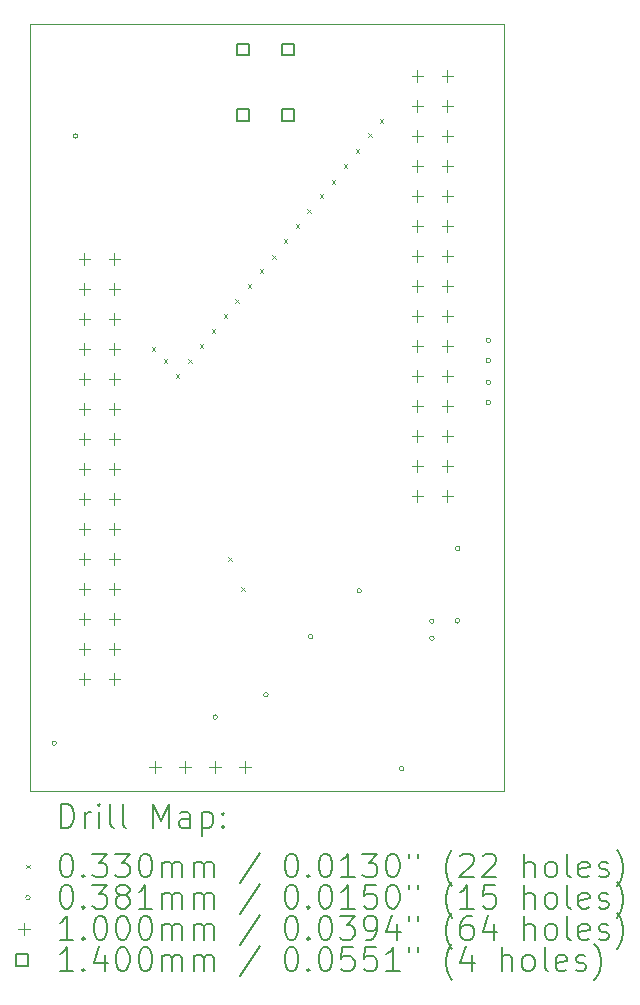
<source format=gbr>
%TF.GenerationSoftware,KiCad,Pcbnew,8.0.8*%
%TF.CreationDate,2025-01-31T12:33:30+11:00*%
%TF.ProjectId,v6_equip_joiner,76365f65-7175-4697-905f-6a6f696e6572,rev?*%
%TF.SameCoordinates,Original*%
%TF.FileFunction,Drillmap*%
%TF.FilePolarity,Positive*%
%FSLAX45Y45*%
G04 Gerber Fmt 4.5, Leading zero omitted, Abs format (unit mm)*
G04 Created by KiCad (PCBNEW 8.0.8) date 2025-01-31 12:33:30*
%MOMM*%
%LPD*%
G01*
G04 APERTURE LIST*
%ADD10C,0.050000*%
%ADD11C,0.200000*%
%ADD12C,0.100000*%
%ADD13C,0.140000*%
G04 APERTURE END LIST*
D10*
X13779500Y-3657600D02*
X17792700Y-3657600D01*
X17792700Y-10150040D01*
X13779500Y-10150040D01*
X13779500Y-3657600D01*
D11*
D12*
X14804390Y-6394450D02*
X14837410Y-6427470D01*
X14837410Y-6394450D02*
X14804390Y-6427470D01*
X14905990Y-6496050D02*
X14939010Y-6529070D01*
X14939010Y-6496050D02*
X14905990Y-6529070D01*
X15007590Y-6623950D02*
X15040610Y-6656970D01*
X15040610Y-6623950D02*
X15007590Y-6656970D01*
X15114270Y-6496050D02*
X15147290Y-6529070D01*
X15147290Y-6496050D02*
X15114270Y-6529070D01*
X15210790Y-6369950D02*
X15243810Y-6402970D01*
X15243810Y-6369950D02*
X15210790Y-6402970D01*
X15312390Y-6244590D02*
X15345410Y-6277610D01*
X15345410Y-6244590D02*
X15312390Y-6277610D01*
X15413990Y-6115050D02*
X15447010Y-6148070D01*
X15447010Y-6115050D02*
X15413990Y-6148070D01*
X15449550Y-8172450D02*
X15482570Y-8205470D01*
X15482570Y-8172450D02*
X15449550Y-8205470D01*
X15513050Y-5988050D02*
X15546070Y-6021070D01*
X15546070Y-5988050D02*
X15513050Y-6021070D01*
X15563590Y-8426710D02*
X15596610Y-8459730D01*
X15596610Y-8426710D02*
X15563590Y-8459730D01*
X15617190Y-5861950D02*
X15650210Y-5894970D01*
X15650210Y-5861950D02*
X15617190Y-5894970D01*
X15718790Y-5734050D02*
X15751810Y-5767070D01*
X15751810Y-5734050D02*
X15718790Y-5767070D01*
X15822930Y-5612130D02*
X15855950Y-5645150D01*
X15855950Y-5612130D02*
X15822930Y-5645150D01*
X15921990Y-5480050D02*
X15955010Y-5513070D01*
X15955010Y-5480050D02*
X15921990Y-5513070D01*
X16023590Y-5350510D02*
X16056610Y-5383530D01*
X16056610Y-5350510D02*
X16023590Y-5383530D01*
X16122650Y-5226050D02*
X16155670Y-5259070D01*
X16155670Y-5226050D02*
X16122650Y-5259070D01*
X16226790Y-5099050D02*
X16259810Y-5132070D01*
X16259810Y-5099050D02*
X16226790Y-5132070D01*
X16328390Y-4977130D02*
X16361410Y-5010150D01*
X16361410Y-4977130D02*
X16328390Y-5010150D01*
X16429990Y-4847590D02*
X16463010Y-4880610D01*
X16463010Y-4847590D02*
X16429990Y-4880610D01*
X16531590Y-4720590D02*
X16564610Y-4753610D01*
X16564610Y-4720590D02*
X16531590Y-4753610D01*
X16635730Y-4585970D02*
X16668750Y-4618990D01*
X16668750Y-4585970D02*
X16635730Y-4618990D01*
X16734790Y-4466590D02*
X16767810Y-4499610D01*
X16767810Y-4466590D02*
X16734790Y-4499610D01*
X13999210Y-9748520D02*
G75*
G02*
X13961110Y-9748520I-19050J0D01*
G01*
X13961110Y-9748520D02*
G75*
G02*
X13999210Y-9748520I19050J0D01*
G01*
X14179550Y-4607560D02*
G75*
G02*
X14141450Y-4607560I-19050J0D01*
G01*
X14141450Y-4607560D02*
G75*
G02*
X14179550Y-4607560I19050J0D01*
G01*
X15363190Y-9527540D02*
G75*
G02*
X15325090Y-9527540I-19050J0D01*
G01*
X15325090Y-9527540D02*
G75*
G02*
X15363190Y-9527540I19050J0D01*
G01*
X15792450Y-9339580D02*
G75*
G02*
X15754350Y-9339580I-19050J0D01*
G01*
X15754350Y-9339580D02*
G75*
G02*
X15792450Y-9339580I19050J0D01*
G01*
X16170910Y-8846820D02*
G75*
G02*
X16132810Y-8846820I-19050J0D01*
G01*
X16132810Y-8846820D02*
G75*
G02*
X16170910Y-8846820I19050J0D01*
G01*
X16582390Y-8458200D02*
G75*
G02*
X16544290Y-8458200I-19050J0D01*
G01*
X16544290Y-8458200D02*
G75*
G02*
X16582390Y-8458200I19050J0D01*
G01*
X16940530Y-9964420D02*
G75*
G02*
X16902430Y-9964420I-19050J0D01*
G01*
X16902430Y-9964420D02*
G75*
G02*
X16940530Y-9964420I19050J0D01*
G01*
X17197070Y-8714740D02*
G75*
G02*
X17158970Y-8714740I-19050J0D01*
G01*
X17158970Y-8714740D02*
G75*
G02*
X17197070Y-8714740I19050J0D01*
G01*
X17197070Y-8859520D02*
G75*
G02*
X17158970Y-8859520I-19050J0D01*
G01*
X17158970Y-8859520D02*
G75*
G02*
X17197070Y-8859520I19050J0D01*
G01*
X17412970Y-8712200D02*
G75*
G02*
X17374870Y-8712200I-19050J0D01*
G01*
X17374870Y-8712200D02*
G75*
G02*
X17412970Y-8712200I19050J0D01*
G01*
X17415510Y-8100060D02*
G75*
G02*
X17377410Y-8100060I-19050J0D01*
G01*
X17377410Y-8100060D02*
G75*
G02*
X17415510Y-8100060I19050J0D01*
G01*
X17674590Y-6337300D02*
G75*
G02*
X17636490Y-6337300I-19050J0D01*
G01*
X17636490Y-6337300D02*
G75*
G02*
X17674590Y-6337300I19050J0D01*
G01*
X17674590Y-6507480D02*
G75*
G02*
X17636490Y-6507480I-19050J0D01*
G01*
X17636490Y-6507480D02*
G75*
G02*
X17674590Y-6507480I19050J0D01*
G01*
X17674590Y-6692900D02*
G75*
G02*
X17636490Y-6692900I-19050J0D01*
G01*
X17636490Y-6692900D02*
G75*
G02*
X17674590Y-6692900I19050J0D01*
G01*
X17674590Y-6863080D02*
G75*
G02*
X17636490Y-6863080I-19050J0D01*
G01*
X17636490Y-6863080D02*
G75*
G02*
X17674590Y-6863080I19050J0D01*
G01*
X14236700Y-5598960D02*
X14236700Y-5698960D01*
X14186700Y-5648960D02*
X14286700Y-5648960D01*
X14236700Y-5852960D02*
X14236700Y-5952960D01*
X14186700Y-5902960D02*
X14286700Y-5902960D01*
X14236700Y-6106960D02*
X14236700Y-6206960D01*
X14186700Y-6156960D02*
X14286700Y-6156960D01*
X14236700Y-6360960D02*
X14236700Y-6460960D01*
X14186700Y-6410960D02*
X14286700Y-6410960D01*
X14236700Y-6614960D02*
X14236700Y-6714960D01*
X14186700Y-6664960D02*
X14286700Y-6664960D01*
X14236700Y-6868960D02*
X14236700Y-6968960D01*
X14186700Y-6918960D02*
X14286700Y-6918960D01*
X14236700Y-7122960D02*
X14236700Y-7222960D01*
X14186700Y-7172960D02*
X14286700Y-7172960D01*
X14236700Y-7376960D02*
X14236700Y-7476960D01*
X14186700Y-7426960D02*
X14286700Y-7426960D01*
X14236700Y-7630960D02*
X14236700Y-7730960D01*
X14186700Y-7680960D02*
X14286700Y-7680960D01*
X14236700Y-7884960D02*
X14236700Y-7984960D01*
X14186700Y-7934960D02*
X14286700Y-7934960D01*
X14236700Y-8138960D02*
X14236700Y-8238960D01*
X14186700Y-8188960D02*
X14286700Y-8188960D01*
X14236700Y-8392960D02*
X14236700Y-8492960D01*
X14186700Y-8442960D02*
X14286700Y-8442960D01*
X14236700Y-8646960D02*
X14236700Y-8746960D01*
X14186700Y-8696960D02*
X14286700Y-8696960D01*
X14236700Y-8900960D02*
X14236700Y-9000960D01*
X14186700Y-8950960D02*
X14286700Y-8950960D01*
X14236700Y-9154960D02*
X14236700Y-9254960D01*
X14186700Y-9204960D02*
X14286700Y-9204960D01*
X14490700Y-5598960D02*
X14490700Y-5698960D01*
X14440700Y-5648960D02*
X14540700Y-5648960D01*
X14490700Y-5852960D02*
X14490700Y-5952960D01*
X14440700Y-5902960D02*
X14540700Y-5902960D01*
X14490700Y-6106960D02*
X14490700Y-6206960D01*
X14440700Y-6156960D02*
X14540700Y-6156960D01*
X14490700Y-6360960D02*
X14490700Y-6460960D01*
X14440700Y-6410960D02*
X14540700Y-6410960D01*
X14490700Y-6614960D02*
X14490700Y-6714960D01*
X14440700Y-6664960D02*
X14540700Y-6664960D01*
X14490700Y-6868960D02*
X14490700Y-6968960D01*
X14440700Y-6918960D02*
X14540700Y-6918960D01*
X14490700Y-7122960D02*
X14490700Y-7222960D01*
X14440700Y-7172960D02*
X14540700Y-7172960D01*
X14490700Y-7376960D02*
X14490700Y-7476960D01*
X14440700Y-7426960D02*
X14540700Y-7426960D01*
X14490700Y-7630960D02*
X14490700Y-7730960D01*
X14440700Y-7680960D02*
X14540700Y-7680960D01*
X14490700Y-7884960D02*
X14490700Y-7984960D01*
X14440700Y-7934960D02*
X14540700Y-7934960D01*
X14490700Y-8138960D02*
X14490700Y-8238960D01*
X14440700Y-8188960D02*
X14540700Y-8188960D01*
X14490700Y-8392960D02*
X14490700Y-8492960D01*
X14440700Y-8442960D02*
X14540700Y-8442960D01*
X14490700Y-8646960D02*
X14490700Y-8746960D01*
X14440700Y-8696960D02*
X14540700Y-8696960D01*
X14490700Y-8900960D02*
X14490700Y-9000960D01*
X14440700Y-8950960D02*
X14540700Y-8950960D01*
X14490700Y-9154960D02*
X14490700Y-9254960D01*
X14440700Y-9204960D02*
X14540700Y-9204960D01*
X14833600Y-9901720D02*
X14833600Y-10001720D01*
X14783600Y-9951720D02*
X14883600Y-9951720D01*
X15087600Y-9901720D02*
X15087600Y-10001720D01*
X15037600Y-9951720D02*
X15137600Y-9951720D01*
X15341600Y-9901720D02*
X15341600Y-10001720D01*
X15291600Y-9951720D02*
X15391600Y-9951720D01*
X15595600Y-9901720D02*
X15595600Y-10001720D01*
X15545600Y-9951720D02*
X15645600Y-9951720D01*
X17056100Y-4049560D02*
X17056100Y-4149560D01*
X17006100Y-4099560D02*
X17106100Y-4099560D01*
X17056100Y-4303560D02*
X17056100Y-4403560D01*
X17006100Y-4353560D02*
X17106100Y-4353560D01*
X17056100Y-4557560D02*
X17056100Y-4657560D01*
X17006100Y-4607560D02*
X17106100Y-4607560D01*
X17056100Y-4811560D02*
X17056100Y-4911560D01*
X17006100Y-4861560D02*
X17106100Y-4861560D01*
X17056100Y-5065560D02*
X17056100Y-5165560D01*
X17006100Y-5115560D02*
X17106100Y-5115560D01*
X17056100Y-5319560D02*
X17056100Y-5419560D01*
X17006100Y-5369560D02*
X17106100Y-5369560D01*
X17056100Y-5573560D02*
X17056100Y-5673560D01*
X17006100Y-5623560D02*
X17106100Y-5623560D01*
X17056100Y-5827560D02*
X17056100Y-5927560D01*
X17006100Y-5877560D02*
X17106100Y-5877560D01*
X17056100Y-6081560D02*
X17056100Y-6181560D01*
X17006100Y-6131560D02*
X17106100Y-6131560D01*
X17056100Y-6335560D02*
X17056100Y-6435560D01*
X17006100Y-6385560D02*
X17106100Y-6385560D01*
X17056100Y-6589560D02*
X17056100Y-6689560D01*
X17006100Y-6639560D02*
X17106100Y-6639560D01*
X17056100Y-6843560D02*
X17056100Y-6943560D01*
X17006100Y-6893560D02*
X17106100Y-6893560D01*
X17056100Y-7097560D02*
X17056100Y-7197560D01*
X17006100Y-7147560D02*
X17106100Y-7147560D01*
X17056100Y-7351560D02*
X17056100Y-7451560D01*
X17006100Y-7401560D02*
X17106100Y-7401560D01*
X17056100Y-7605560D02*
X17056100Y-7705560D01*
X17006100Y-7655560D02*
X17106100Y-7655560D01*
X17310100Y-4049560D02*
X17310100Y-4149560D01*
X17260100Y-4099560D02*
X17360100Y-4099560D01*
X17310100Y-4303560D02*
X17310100Y-4403560D01*
X17260100Y-4353560D02*
X17360100Y-4353560D01*
X17310100Y-4557560D02*
X17310100Y-4657560D01*
X17260100Y-4607560D02*
X17360100Y-4607560D01*
X17310100Y-4811560D02*
X17310100Y-4911560D01*
X17260100Y-4861560D02*
X17360100Y-4861560D01*
X17310100Y-5065560D02*
X17310100Y-5165560D01*
X17260100Y-5115560D02*
X17360100Y-5115560D01*
X17310100Y-5319560D02*
X17310100Y-5419560D01*
X17260100Y-5369560D02*
X17360100Y-5369560D01*
X17310100Y-5573560D02*
X17310100Y-5673560D01*
X17260100Y-5623560D02*
X17360100Y-5623560D01*
X17310100Y-5827560D02*
X17310100Y-5927560D01*
X17260100Y-5877560D02*
X17360100Y-5877560D01*
X17310100Y-6081560D02*
X17310100Y-6181560D01*
X17260100Y-6131560D02*
X17360100Y-6131560D01*
X17310100Y-6335560D02*
X17310100Y-6435560D01*
X17260100Y-6385560D02*
X17360100Y-6385560D01*
X17310100Y-6589560D02*
X17310100Y-6689560D01*
X17260100Y-6639560D02*
X17360100Y-6639560D01*
X17310100Y-6843560D02*
X17310100Y-6943560D01*
X17260100Y-6893560D02*
X17360100Y-6893560D01*
X17310100Y-7097560D02*
X17310100Y-7197560D01*
X17260100Y-7147560D02*
X17360100Y-7147560D01*
X17310100Y-7351560D02*
X17310100Y-7451560D01*
X17260100Y-7401560D02*
X17360100Y-7401560D01*
X17310100Y-7605560D02*
X17310100Y-7705560D01*
X17260100Y-7655560D02*
X17360100Y-7655560D01*
D13*
X15627318Y-3924178D02*
X15627318Y-3825182D01*
X15528322Y-3825182D01*
X15528322Y-3924178D01*
X15627318Y-3924178D01*
X15627318Y-4479258D02*
X15627318Y-4380262D01*
X15528322Y-4380262D01*
X15528322Y-4479258D01*
X15627318Y-4479258D01*
X16008318Y-3924178D02*
X16008318Y-3825182D01*
X15909322Y-3825182D01*
X15909322Y-3924178D01*
X16008318Y-3924178D01*
X16008318Y-4479258D02*
X16008318Y-4380262D01*
X15909322Y-4380262D01*
X15909322Y-4479258D01*
X16008318Y-4479258D01*
D11*
X14037777Y-10464024D02*
X14037777Y-10264024D01*
X14037777Y-10264024D02*
X14085396Y-10264024D01*
X14085396Y-10264024D02*
X14113967Y-10273548D01*
X14113967Y-10273548D02*
X14133015Y-10292595D01*
X14133015Y-10292595D02*
X14142539Y-10311643D01*
X14142539Y-10311643D02*
X14152062Y-10349738D01*
X14152062Y-10349738D02*
X14152062Y-10378310D01*
X14152062Y-10378310D02*
X14142539Y-10416405D01*
X14142539Y-10416405D02*
X14133015Y-10435452D01*
X14133015Y-10435452D02*
X14113967Y-10454500D01*
X14113967Y-10454500D02*
X14085396Y-10464024D01*
X14085396Y-10464024D02*
X14037777Y-10464024D01*
X14237777Y-10464024D02*
X14237777Y-10330690D01*
X14237777Y-10368786D02*
X14247301Y-10349738D01*
X14247301Y-10349738D02*
X14256824Y-10340214D01*
X14256824Y-10340214D02*
X14275872Y-10330690D01*
X14275872Y-10330690D02*
X14294920Y-10330690D01*
X14361586Y-10464024D02*
X14361586Y-10330690D01*
X14361586Y-10264024D02*
X14352062Y-10273548D01*
X14352062Y-10273548D02*
X14361586Y-10283071D01*
X14361586Y-10283071D02*
X14371110Y-10273548D01*
X14371110Y-10273548D02*
X14361586Y-10264024D01*
X14361586Y-10264024D02*
X14361586Y-10283071D01*
X14485396Y-10464024D02*
X14466348Y-10454500D01*
X14466348Y-10454500D02*
X14456824Y-10435452D01*
X14456824Y-10435452D02*
X14456824Y-10264024D01*
X14590158Y-10464024D02*
X14571110Y-10454500D01*
X14571110Y-10454500D02*
X14561586Y-10435452D01*
X14561586Y-10435452D02*
X14561586Y-10264024D01*
X14818729Y-10464024D02*
X14818729Y-10264024D01*
X14818729Y-10264024D02*
X14885396Y-10406881D01*
X14885396Y-10406881D02*
X14952062Y-10264024D01*
X14952062Y-10264024D02*
X14952062Y-10464024D01*
X15133015Y-10464024D02*
X15133015Y-10359262D01*
X15133015Y-10359262D02*
X15123491Y-10340214D01*
X15123491Y-10340214D02*
X15104443Y-10330690D01*
X15104443Y-10330690D02*
X15066348Y-10330690D01*
X15066348Y-10330690D02*
X15047301Y-10340214D01*
X15133015Y-10454500D02*
X15113967Y-10464024D01*
X15113967Y-10464024D02*
X15066348Y-10464024D01*
X15066348Y-10464024D02*
X15047301Y-10454500D01*
X15047301Y-10454500D02*
X15037777Y-10435452D01*
X15037777Y-10435452D02*
X15037777Y-10416405D01*
X15037777Y-10416405D02*
X15047301Y-10397357D01*
X15047301Y-10397357D02*
X15066348Y-10387833D01*
X15066348Y-10387833D02*
X15113967Y-10387833D01*
X15113967Y-10387833D02*
X15133015Y-10378310D01*
X15228253Y-10330690D02*
X15228253Y-10530690D01*
X15228253Y-10340214D02*
X15247301Y-10330690D01*
X15247301Y-10330690D02*
X15285396Y-10330690D01*
X15285396Y-10330690D02*
X15304443Y-10340214D01*
X15304443Y-10340214D02*
X15313967Y-10349738D01*
X15313967Y-10349738D02*
X15323491Y-10368786D01*
X15323491Y-10368786D02*
X15323491Y-10425929D01*
X15323491Y-10425929D02*
X15313967Y-10444976D01*
X15313967Y-10444976D02*
X15304443Y-10454500D01*
X15304443Y-10454500D02*
X15285396Y-10464024D01*
X15285396Y-10464024D02*
X15247301Y-10464024D01*
X15247301Y-10464024D02*
X15228253Y-10454500D01*
X15409205Y-10444976D02*
X15418729Y-10454500D01*
X15418729Y-10454500D02*
X15409205Y-10464024D01*
X15409205Y-10464024D02*
X15399682Y-10454500D01*
X15399682Y-10454500D02*
X15409205Y-10444976D01*
X15409205Y-10444976D02*
X15409205Y-10464024D01*
X15409205Y-10340214D02*
X15418729Y-10349738D01*
X15418729Y-10349738D02*
X15409205Y-10359262D01*
X15409205Y-10359262D02*
X15399682Y-10349738D01*
X15399682Y-10349738D02*
X15409205Y-10340214D01*
X15409205Y-10340214D02*
X15409205Y-10359262D01*
D12*
X13743980Y-10776030D02*
X13777000Y-10809050D01*
X13777000Y-10776030D02*
X13743980Y-10809050D01*
D11*
X14075872Y-10684024D02*
X14094920Y-10684024D01*
X14094920Y-10684024D02*
X14113967Y-10693548D01*
X14113967Y-10693548D02*
X14123491Y-10703071D01*
X14123491Y-10703071D02*
X14133015Y-10722119D01*
X14133015Y-10722119D02*
X14142539Y-10760214D01*
X14142539Y-10760214D02*
X14142539Y-10807833D01*
X14142539Y-10807833D02*
X14133015Y-10845929D01*
X14133015Y-10845929D02*
X14123491Y-10864976D01*
X14123491Y-10864976D02*
X14113967Y-10874500D01*
X14113967Y-10874500D02*
X14094920Y-10884024D01*
X14094920Y-10884024D02*
X14075872Y-10884024D01*
X14075872Y-10884024D02*
X14056824Y-10874500D01*
X14056824Y-10874500D02*
X14047301Y-10864976D01*
X14047301Y-10864976D02*
X14037777Y-10845929D01*
X14037777Y-10845929D02*
X14028253Y-10807833D01*
X14028253Y-10807833D02*
X14028253Y-10760214D01*
X14028253Y-10760214D02*
X14037777Y-10722119D01*
X14037777Y-10722119D02*
X14047301Y-10703071D01*
X14047301Y-10703071D02*
X14056824Y-10693548D01*
X14056824Y-10693548D02*
X14075872Y-10684024D01*
X14228253Y-10864976D02*
X14237777Y-10874500D01*
X14237777Y-10874500D02*
X14228253Y-10884024D01*
X14228253Y-10884024D02*
X14218729Y-10874500D01*
X14218729Y-10874500D02*
X14228253Y-10864976D01*
X14228253Y-10864976D02*
X14228253Y-10884024D01*
X14304443Y-10684024D02*
X14428253Y-10684024D01*
X14428253Y-10684024D02*
X14361586Y-10760214D01*
X14361586Y-10760214D02*
X14390158Y-10760214D01*
X14390158Y-10760214D02*
X14409205Y-10769738D01*
X14409205Y-10769738D02*
X14418729Y-10779262D01*
X14418729Y-10779262D02*
X14428253Y-10798310D01*
X14428253Y-10798310D02*
X14428253Y-10845929D01*
X14428253Y-10845929D02*
X14418729Y-10864976D01*
X14418729Y-10864976D02*
X14409205Y-10874500D01*
X14409205Y-10874500D02*
X14390158Y-10884024D01*
X14390158Y-10884024D02*
X14333015Y-10884024D01*
X14333015Y-10884024D02*
X14313967Y-10874500D01*
X14313967Y-10874500D02*
X14304443Y-10864976D01*
X14494920Y-10684024D02*
X14618729Y-10684024D01*
X14618729Y-10684024D02*
X14552062Y-10760214D01*
X14552062Y-10760214D02*
X14580634Y-10760214D01*
X14580634Y-10760214D02*
X14599682Y-10769738D01*
X14599682Y-10769738D02*
X14609205Y-10779262D01*
X14609205Y-10779262D02*
X14618729Y-10798310D01*
X14618729Y-10798310D02*
X14618729Y-10845929D01*
X14618729Y-10845929D02*
X14609205Y-10864976D01*
X14609205Y-10864976D02*
X14599682Y-10874500D01*
X14599682Y-10874500D02*
X14580634Y-10884024D01*
X14580634Y-10884024D02*
X14523491Y-10884024D01*
X14523491Y-10884024D02*
X14504443Y-10874500D01*
X14504443Y-10874500D02*
X14494920Y-10864976D01*
X14742539Y-10684024D02*
X14761586Y-10684024D01*
X14761586Y-10684024D02*
X14780634Y-10693548D01*
X14780634Y-10693548D02*
X14790158Y-10703071D01*
X14790158Y-10703071D02*
X14799682Y-10722119D01*
X14799682Y-10722119D02*
X14809205Y-10760214D01*
X14809205Y-10760214D02*
X14809205Y-10807833D01*
X14809205Y-10807833D02*
X14799682Y-10845929D01*
X14799682Y-10845929D02*
X14790158Y-10864976D01*
X14790158Y-10864976D02*
X14780634Y-10874500D01*
X14780634Y-10874500D02*
X14761586Y-10884024D01*
X14761586Y-10884024D02*
X14742539Y-10884024D01*
X14742539Y-10884024D02*
X14723491Y-10874500D01*
X14723491Y-10874500D02*
X14713967Y-10864976D01*
X14713967Y-10864976D02*
X14704443Y-10845929D01*
X14704443Y-10845929D02*
X14694920Y-10807833D01*
X14694920Y-10807833D02*
X14694920Y-10760214D01*
X14694920Y-10760214D02*
X14704443Y-10722119D01*
X14704443Y-10722119D02*
X14713967Y-10703071D01*
X14713967Y-10703071D02*
X14723491Y-10693548D01*
X14723491Y-10693548D02*
X14742539Y-10684024D01*
X14894920Y-10884024D02*
X14894920Y-10750690D01*
X14894920Y-10769738D02*
X14904443Y-10760214D01*
X14904443Y-10760214D02*
X14923491Y-10750690D01*
X14923491Y-10750690D02*
X14952063Y-10750690D01*
X14952063Y-10750690D02*
X14971110Y-10760214D01*
X14971110Y-10760214D02*
X14980634Y-10779262D01*
X14980634Y-10779262D02*
X14980634Y-10884024D01*
X14980634Y-10779262D02*
X14990158Y-10760214D01*
X14990158Y-10760214D02*
X15009205Y-10750690D01*
X15009205Y-10750690D02*
X15037777Y-10750690D01*
X15037777Y-10750690D02*
X15056824Y-10760214D01*
X15056824Y-10760214D02*
X15066348Y-10779262D01*
X15066348Y-10779262D02*
X15066348Y-10884024D01*
X15161586Y-10884024D02*
X15161586Y-10750690D01*
X15161586Y-10769738D02*
X15171110Y-10760214D01*
X15171110Y-10760214D02*
X15190158Y-10750690D01*
X15190158Y-10750690D02*
X15218729Y-10750690D01*
X15218729Y-10750690D02*
X15237777Y-10760214D01*
X15237777Y-10760214D02*
X15247301Y-10779262D01*
X15247301Y-10779262D02*
X15247301Y-10884024D01*
X15247301Y-10779262D02*
X15256824Y-10760214D01*
X15256824Y-10760214D02*
X15275872Y-10750690D01*
X15275872Y-10750690D02*
X15304443Y-10750690D01*
X15304443Y-10750690D02*
X15323491Y-10760214D01*
X15323491Y-10760214D02*
X15333015Y-10779262D01*
X15333015Y-10779262D02*
X15333015Y-10884024D01*
X15723491Y-10674500D02*
X15552063Y-10931643D01*
X15980634Y-10684024D02*
X15999682Y-10684024D01*
X15999682Y-10684024D02*
X16018729Y-10693548D01*
X16018729Y-10693548D02*
X16028253Y-10703071D01*
X16028253Y-10703071D02*
X16037777Y-10722119D01*
X16037777Y-10722119D02*
X16047301Y-10760214D01*
X16047301Y-10760214D02*
X16047301Y-10807833D01*
X16047301Y-10807833D02*
X16037777Y-10845929D01*
X16037777Y-10845929D02*
X16028253Y-10864976D01*
X16028253Y-10864976D02*
X16018729Y-10874500D01*
X16018729Y-10874500D02*
X15999682Y-10884024D01*
X15999682Y-10884024D02*
X15980634Y-10884024D01*
X15980634Y-10884024D02*
X15961586Y-10874500D01*
X15961586Y-10874500D02*
X15952063Y-10864976D01*
X15952063Y-10864976D02*
X15942539Y-10845929D01*
X15942539Y-10845929D02*
X15933015Y-10807833D01*
X15933015Y-10807833D02*
X15933015Y-10760214D01*
X15933015Y-10760214D02*
X15942539Y-10722119D01*
X15942539Y-10722119D02*
X15952063Y-10703071D01*
X15952063Y-10703071D02*
X15961586Y-10693548D01*
X15961586Y-10693548D02*
X15980634Y-10684024D01*
X16133015Y-10864976D02*
X16142539Y-10874500D01*
X16142539Y-10874500D02*
X16133015Y-10884024D01*
X16133015Y-10884024D02*
X16123491Y-10874500D01*
X16123491Y-10874500D02*
X16133015Y-10864976D01*
X16133015Y-10864976D02*
X16133015Y-10884024D01*
X16266348Y-10684024D02*
X16285396Y-10684024D01*
X16285396Y-10684024D02*
X16304444Y-10693548D01*
X16304444Y-10693548D02*
X16313967Y-10703071D01*
X16313967Y-10703071D02*
X16323491Y-10722119D01*
X16323491Y-10722119D02*
X16333015Y-10760214D01*
X16333015Y-10760214D02*
X16333015Y-10807833D01*
X16333015Y-10807833D02*
X16323491Y-10845929D01*
X16323491Y-10845929D02*
X16313967Y-10864976D01*
X16313967Y-10864976D02*
X16304444Y-10874500D01*
X16304444Y-10874500D02*
X16285396Y-10884024D01*
X16285396Y-10884024D02*
X16266348Y-10884024D01*
X16266348Y-10884024D02*
X16247301Y-10874500D01*
X16247301Y-10874500D02*
X16237777Y-10864976D01*
X16237777Y-10864976D02*
X16228253Y-10845929D01*
X16228253Y-10845929D02*
X16218729Y-10807833D01*
X16218729Y-10807833D02*
X16218729Y-10760214D01*
X16218729Y-10760214D02*
X16228253Y-10722119D01*
X16228253Y-10722119D02*
X16237777Y-10703071D01*
X16237777Y-10703071D02*
X16247301Y-10693548D01*
X16247301Y-10693548D02*
X16266348Y-10684024D01*
X16523491Y-10884024D02*
X16409206Y-10884024D01*
X16466348Y-10884024D02*
X16466348Y-10684024D01*
X16466348Y-10684024D02*
X16447301Y-10712595D01*
X16447301Y-10712595D02*
X16428253Y-10731643D01*
X16428253Y-10731643D02*
X16409206Y-10741167D01*
X16590158Y-10684024D02*
X16713967Y-10684024D01*
X16713967Y-10684024D02*
X16647301Y-10760214D01*
X16647301Y-10760214D02*
X16675872Y-10760214D01*
X16675872Y-10760214D02*
X16694920Y-10769738D01*
X16694920Y-10769738D02*
X16704444Y-10779262D01*
X16704444Y-10779262D02*
X16713967Y-10798310D01*
X16713967Y-10798310D02*
X16713967Y-10845929D01*
X16713967Y-10845929D02*
X16704444Y-10864976D01*
X16704444Y-10864976D02*
X16694920Y-10874500D01*
X16694920Y-10874500D02*
X16675872Y-10884024D01*
X16675872Y-10884024D02*
X16618729Y-10884024D01*
X16618729Y-10884024D02*
X16599682Y-10874500D01*
X16599682Y-10874500D02*
X16590158Y-10864976D01*
X16837777Y-10684024D02*
X16856825Y-10684024D01*
X16856825Y-10684024D02*
X16875872Y-10693548D01*
X16875872Y-10693548D02*
X16885396Y-10703071D01*
X16885396Y-10703071D02*
X16894920Y-10722119D01*
X16894920Y-10722119D02*
X16904444Y-10760214D01*
X16904444Y-10760214D02*
X16904444Y-10807833D01*
X16904444Y-10807833D02*
X16894920Y-10845929D01*
X16894920Y-10845929D02*
X16885396Y-10864976D01*
X16885396Y-10864976D02*
X16875872Y-10874500D01*
X16875872Y-10874500D02*
X16856825Y-10884024D01*
X16856825Y-10884024D02*
X16837777Y-10884024D01*
X16837777Y-10884024D02*
X16818729Y-10874500D01*
X16818729Y-10874500D02*
X16809206Y-10864976D01*
X16809206Y-10864976D02*
X16799682Y-10845929D01*
X16799682Y-10845929D02*
X16790158Y-10807833D01*
X16790158Y-10807833D02*
X16790158Y-10760214D01*
X16790158Y-10760214D02*
X16799682Y-10722119D01*
X16799682Y-10722119D02*
X16809206Y-10703071D01*
X16809206Y-10703071D02*
X16818729Y-10693548D01*
X16818729Y-10693548D02*
X16837777Y-10684024D01*
X16980634Y-10684024D02*
X16980634Y-10722119D01*
X17056825Y-10684024D02*
X17056825Y-10722119D01*
X17352063Y-10960214D02*
X17342539Y-10950690D01*
X17342539Y-10950690D02*
X17323491Y-10922119D01*
X17323491Y-10922119D02*
X17313968Y-10903071D01*
X17313968Y-10903071D02*
X17304444Y-10874500D01*
X17304444Y-10874500D02*
X17294920Y-10826881D01*
X17294920Y-10826881D02*
X17294920Y-10788786D01*
X17294920Y-10788786D02*
X17304444Y-10741167D01*
X17304444Y-10741167D02*
X17313968Y-10712595D01*
X17313968Y-10712595D02*
X17323491Y-10693548D01*
X17323491Y-10693548D02*
X17342539Y-10664976D01*
X17342539Y-10664976D02*
X17352063Y-10655452D01*
X17418730Y-10703071D02*
X17428253Y-10693548D01*
X17428253Y-10693548D02*
X17447301Y-10684024D01*
X17447301Y-10684024D02*
X17494920Y-10684024D01*
X17494920Y-10684024D02*
X17513968Y-10693548D01*
X17513968Y-10693548D02*
X17523491Y-10703071D01*
X17523491Y-10703071D02*
X17533015Y-10722119D01*
X17533015Y-10722119D02*
X17533015Y-10741167D01*
X17533015Y-10741167D02*
X17523491Y-10769738D01*
X17523491Y-10769738D02*
X17409206Y-10884024D01*
X17409206Y-10884024D02*
X17533015Y-10884024D01*
X17609206Y-10703071D02*
X17618730Y-10693548D01*
X17618730Y-10693548D02*
X17637777Y-10684024D01*
X17637777Y-10684024D02*
X17685396Y-10684024D01*
X17685396Y-10684024D02*
X17704444Y-10693548D01*
X17704444Y-10693548D02*
X17713968Y-10703071D01*
X17713968Y-10703071D02*
X17723491Y-10722119D01*
X17723491Y-10722119D02*
X17723491Y-10741167D01*
X17723491Y-10741167D02*
X17713968Y-10769738D01*
X17713968Y-10769738D02*
X17599682Y-10884024D01*
X17599682Y-10884024D02*
X17723491Y-10884024D01*
X17961587Y-10884024D02*
X17961587Y-10684024D01*
X18047301Y-10884024D02*
X18047301Y-10779262D01*
X18047301Y-10779262D02*
X18037777Y-10760214D01*
X18037777Y-10760214D02*
X18018730Y-10750690D01*
X18018730Y-10750690D02*
X17990158Y-10750690D01*
X17990158Y-10750690D02*
X17971111Y-10760214D01*
X17971111Y-10760214D02*
X17961587Y-10769738D01*
X18171111Y-10884024D02*
X18152063Y-10874500D01*
X18152063Y-10874500D02*
X18142539Y-10864976D01*
X18142539Y-10864976D02*
X18133015Y-10845929D01*
X18133015Y-10845929D02*
X18133015Y-10788786D01*
X18133015Y-10788786D02*
X18142539Y-10769738D01*
X18142539Y-10769738D02*
X18152063Y-10760214D01*
X18152063Y-10760214D02*
X18171111Y-10750690D01*
X18171111Y-10750690D02*
X18199682Y-10750690D01*
X18199682Y-10750690D02*
X18218730Y-10760214D01*
X18218730Y-10760214D02*
X18228253Y-10769738D01*
X18228253Y-10769738D02*
X18237777Y-10788786D01*
X18237777Y-10788786D02*
X18237777Y-10845929D01*
X18237777Y-10845929D02*
X18228253Y-10864976D01*
X18228253Y-10864976D02*
X18218730Y-10874500D01*
X18218730Y-10874500D02*
X18199682Y-10884024D01*
X18199682Y-10884024D02*
X18171111Y-10884024D01*
X18352063Y-10884024D02*
X18333015Y-10874500D01*
X18333015Y-10874500D02*
X18323492Y-10855452D01*
X18323492Y-10855452D02*
X18323492Y-10684024D01*
X18504444Y-10874500D02*
X18485396Y-10884024D01*
X18485396Y-10884024D02*
X18447301Y-10884024D01*
X18447301Y-10884024D02*
X18428253Y-10874500D01*
X18428253Y-10874500D02*
X18418730Y-10855452D01*
X18418730Y-10855452D02*
X18418730Y-10779262D01*
X18418730Y-10779262D02*
X18428253Y-10760214D01*
X18428253Y-10760214D02*
X18447301Y-10750690D01*
X18447301Y-10750690D02*
X18485396Y-10750690D01*
X18485396Y-10750690D02*
X18504444Y-10760214D01*
X18504444Y-10760214D02*
X18513968Y-10779262D01*
X18513968Y-10779262D02*
X18513968Y-10798310D01*
X18513968Y-10798310D02*
X18418730Y-10817357D01*
X18590158Y-10874500D02*
X18609206Y-10884024D01*
X18609206Y-10884024D02*
X18647301Y-10884024D01*
X18647301Y-10884024D02*
X18666349Y-10874500D01*
X18666349Y-10874500D02*
X18675873Y-10855452D01*
X18675873Y-10855452D02*
X18675873Y-10845929D01*
X18675873Y-10845929D02*
X18666349Y-10826881D01*
X18666349Y-10826881D02*
X18647301Y-10817357D01*
X18647301Y-10817357D02*
X18618730Y-10817357D01*
X18618730Y-10817357D02*
X18599682Y-10807833D01*
X18599682Y-10807833D02*
X18590158Y-10788786D01*
X18590158Y-10788786D02*
X18590158Y-10779262D01*
X18590158Y-10779262D02*
X18599682Y-10760214D01*
X18599682Y-10760214D02*
X18618730Y-10750690D01*
X18618730Y-10750690D02*
X18647301Y-10750690D01*
X18647301Y-10750690D02*
X18666349Y-10760214D01*
X18742539Y-10960214D02*
X18752063Y-10950690D01*
X18752063Y-10950690D02*
X18771111Y-10922119D01*
X18771111Y-10922119D02*
X18780634Y-10903071D01*
X18780634Y-10903071D02*
X18790158Y-10874500D01*
X18790158Y-10874500D02*
X18799682Y-10826881D01*
X18799682Y-10826881D02*
X18799682Y-10788786D01*
X18799682Y-10788786D02*
X18790158Y-10741167D01*
X18790158Y-10741167D02*
X18780634Y-10712595D01*
X18780634Y-10712595D02*
X18771111Y-10693548D01*
X18771111Y-10693548D02*
X18752063Y-10664976D01*
X18752063Y-10664976D02*
X18742539Y-10655452D01*
D12*
X13777000Y-11056540D02*
G75*
G02*
X13738900Y-11056540I-19050J0D01*
G01*
X13738900Y-11056540D02*
G75*
G02*
X13777000Y-11056540I19050J0D01*
G01*
D11*
X14075872Y-10948024D02*
X14094920Y-10948024D01*
X14094920Y-10948024D02*
X14113967Y-10957548D01*
X14113967Y-10957548D02*
X14123491Y-10967071D01*
X14123491Y-10967071D02*
X14133015Y-10986119D01*
X14133015Y-10986119D02*
X14142539Y-11024214D01*
X14142539Y-11024214D02*
X14142539Y-11071833D01*
X14142539Y-11071833D02*
X14133015Y-11109929D01*
X14133015Y-11109929D02*
X14123491Y-11128976D01*
X14123491Y-11128976D02*
X14113967Y-11138500D01*
X14113967Y-11138500D02*
X14094920Y-11148024D01*
X14094920Y-11148024D02*
X14075872Y-11148024D01*
X14075872Y-11148024D02*
X14056824Y-11138500D01*
X14056824Y-11138500D02*
X14047301Y-11128976D01*
X14047301Y-11128976D02*
X14037777Y-11109929D01*
X14037777Y-11109929D02*
X14028253Y-11071833D01*
X14028253Y-11071833D02*
X14028253Y-11024214D01*
X14028253Y-11024214D02*
X14037777Y-10986119D01*
X14037777Y-10986119D02*
X14047301Y-10967071D01*
X14047301Y-10967071D02*
X14056824Y-10957548D01*
X14056824Y-10957548D02*
X14075872Y-10948024D01*
X14228253Y-11128976D02*
X14237777Y-11138500D01*
X14237777Y-11138500D02*
X14228253Y-11148024D01*
X14228253Y-11148024D02*
X14218729Y-11138500D01*
X14218729Y-11138500D02*
X14228253Y-11128976D01*
X14228253Y-11128976D02*
X14228253Y-11148024D01*
X14304443Y-10948024D02*
X14428253Y-10948024D01*
X14428253Y-10948024D02*
X14361586Y-11024214D01*
X14361586Y-11024214D02*
X14390158Y-11024214D01*
X14390158Y-11024214D02*
X14409205Y-11033738D01*
X14409205Y-11033738D02*
X14418729Y-11043262D01*
X14418729Y-11043262D02*
X14428253Y-11062310D01*
X14428253Y-11062310D02*
X14428253Y-11109929D01*
X14428253Y-11109929D02*
X14418729Y-11128976D01*
X14418729Y-11128976D02*
X14409205Y-11138500D01*
X14409205Y-11138500D02*
X14390158Y-11148024D01*
X14390158Y-11148024D02*
X14333015Y-11148024D01*
X14333015Y-11148024D02*
X14313967Y-11138500D01*
X14313967Y-11138500D02*
X14304443Y-11128976D01*
X14542539Y-11033738D02*
X14523491Y-11024214D01*
X14523491Y-11024214D02*
X14513967Y-11014690D01*
X14513967Y-11014690D02*
X14504443Y-10995643D01*
X14504443Y-10995643D02*
X14504443Y-10986119D01*
X14504443Y-10986119D02*
X14513967Y-10967071D01*
X14513967Y-10967071D02*
X14523491Y-10957548D01*
X14523491Y-10957548D02*
X14542539Y-10948024D01*
X14542539Y-10948024D02*
X14580634Y-10948024D01*
X14580634Y-10948024D02*
X14599682Y-10957548D01*
X14599682Y-10957548D02*
X14609205Y-10967071D01*
X14609205Y-10967071D02*
X14618729Y-10986119D01*
X14618729Y-10986119D02*
X14618729Y-10995643D01*
X14618729Y-10995643D02*
X14609205Y-11014690D01*
X14609205Y-11014690D02*
X14599682Y-11024214D01*
X14599682Y-11024214D02*
X14580634Y-11033738D01*
X14580634Y-11033738D02*
X14542539Y-11033738D01*
X14542539Y-11033738D02*
X14523491Y-11043262D01*
X14523491Y-11043262D02*
X14513967Y-11052786D01*
X14513967Y-11052786D02*
X14504443Y-11071833D01*
X14504443Y-11071833D02*
X14504443Y-11109929D01*
X14504443Y-11109929D02*
X14513967Y-11128976D01*
X14513967Y-11128976D02*
X14523491Y-11138500D01*
X14523491Y-11138500D02*
X14542539Y-11148024D01*
X14542539Y-11148024D02*
X14580634Y-11148024D01*
X14580634Y-11148024D02*
X14599682Y-11138500D01*
X14599682Y-11138500D02*
X14609205Y-11128976D01*
X14609205Y-11128976D02*
X14618729Y-11109929D01*
X14618729Y-11109929D02*
X14618729Y-11071833D01*
X14618729Y-11071833D02*
X14609205Y-11052786D01*
X14609205Y-11052786D02*
X14599682Y-11043262D01*
X14599682Y-11043262D02*
X14580634Y-11033738D01*
X14809205Y-11148024D02*
X14694920Y-11148024D01*
X14752062Y-11148024D02*
X14752062Y-10948024D01*
X14752062Y-10948024D02*
X14733015Y-10976595D01*
X14733015Y-10976595D02*
X14713967Y-10995643D01*
X14713967Y-10995643D02*
X14694920Y-11005167D01*
X14894920Y-11148024D02*
X14894920Y-11014690D01*
X14894920Y-11033738D02*
X14904443Y-11024214D01*
X14904443Y-11024214D02*
X14923491Y-11014690D01*
X14923491Y-11014690D02*
X14952063Y-11014690D01*
X14952063Y-11014690D02*
X14971110Y-11024214D01*
X14971110Y-11024214D02*
X14980634Y-11043262D01*
X14980634Y-11043262D02*
X14980634Y-11148024D01*
X14980634Y-11043262D02*
X14990158Y-11024214D01*
X14990158Y-11024214D02*
X15009205Y-11014690D01*
X15009205Y-11014690D02*
X15037777Y-11014690D01*
X15037777Y-11014690D02*
X15056824Y-11024214D01*
X15056824Y-11024214D02*
X15066348Y-11043262D01*
X15066348Y-11043262D02*
X15066348Y-11148024D01*
X15161586Y-11148024D02*
X15161586Y-11014690D01*
X15161586Y-11033738D02*
X15171110Y-11024214D01*
X15171110Y-11024214D02*
X15190158Y-11014690D01*
X15190158Y-11014690D02*
X15218729Y-11014690D01*
X15218729Y-11014690D02*
X15237777Y-11024214D01*
X15237777Y-11024214D02*
X15247301Y-11043262D01*
X15247301Y-11043262D02*
X15247301Y-11148024D01*
X15247301Y-11043262D02*
X15256824Y-11024214D01*
X15256824Y-11024214D02*
X15275872Y-11014690D01*
X15275872Y-11014690D02*
X15304443Y-11014690D01*
X15304443Y-11014690D02*
X15323491Y-11024214D01*
X15323491Y-11024214D02*
X15333015Y-11043262D01*
X15333015Y-11043262D02*
X15333015Y-11148024D01*
X15723491Y-10938500D02*
X15552063Y-11195643D01*
X15980634Y-10948024D02*
X15999682Y-10948024D01*
X15999682Y-10948024D02*
X16018729Y-10957548D01*
X16018729Y-10957548D02*
X16028253Y-10967071D01*
X16028253Y-10967071D02*
X16037777Y-10986119D01*
X16037777Y-10986119D02*
X16047301Y-11024214D01*
X16047301Y-11024214D02*
X16047301Y-11071833D01*
X16047301Y-11071833D02*
X16037777Y-11109929D01*
X16037777Y-11109929D02*
X16028253Y-11128976D01*
X16028253Y-11128976D02*
X16018729Y-11138500D01*
X16018729Y-11138500D02*
X15999682Y-11148024D01*
X15999682Y-11148024D02*
X15980634Y-11148024D01*
X15980634Y-11148024D02*
X15961586Y-11138500D01*
X15961586Y-11138500D02*
X15952063Y-11128976D01*
X15952063Y-11128976D02*
X15942539Y-11109929D01*
X15942539Y-11109929D02*
X15933015Y-11071833D01*
X15933015Y-11071833D02*
X15933015Y-11024214D01*
X15933015Y-11024214D02*
X15942539Y-10986119D01*
X15942539Y-10986119D02*
X15952063Y-10967071D01*
X15952063Y-10967071D02*
X15961586Y-10957548D01*
X15961586Y-10957548D02*
X15980634Y-10948024D01*
X16133015Y-11128976D02*
X16142539Y-11138500D01*
X16142539Y-11138500D02*
X16133015Y-11148024D01*
X16133015Y-11148024D02*
X16123491Y-11138500D01*
X16123491Y-11138500D02*
X16133015Y-11128976D01*
X16133015Y-11128976D02*
X16133015Y-11148024D01*
X16266348Y-10948024D02*
X16285396Y-10948024D01*
X16285396Y-10948024D02*
X16304444Y-10957548D01*
X16304444Y-10957548D02*
X16313967Y-10967071D01*
X16313967Y-10967071D02*
X16323491Y-10986119D01*
X16323491Y-10986119D02*
X16333015Y-11024214D01*
X16333015Y-11024214D02*
X16333015Y-11071833D01*
X16333015Y-11071833D02*
X16323491Y-11109929D01*
X16323491Y-11109929D02*
X16313967Y-11128976D01*
X16313967Y-11128976D02*
X16304444Y-11138500D01*
X16304444Y-11138500D02*
X16285396Y-11148024D01*
X16285396Y-11148024D02*
X16266348Y-11148024D01*
X16266348Y-11148024D02*
X16247301Y-11138500D01*
X16247301Y-11138500D02*
X16237777Y-11128976D01*
X16237777Y-11128976D02*
X16228253Y-11109929D01*
X16228253Y-11109929D02*
X16218729Y-11071833D01*
X16218729Y-11071833D02*
X16218729Y-11024214D01*
X16218729Y-11024214D02*
X16228253Y-10986119D01*
X16228253Y-10986119D02*
X16237777Y-10967071D01*
X16237777Y-10967071D02*
X16247301Y-10957548D01*
X16247301Y-10957548D02*
X16266348Y-10948024D01*
X16523491Y-11148024D02*
X16409206Y-11148024D01*
X16466348Y-11148024D02*
X16466348Y-10948024D01*
X16466348Y-10948024D02*
X16447301Y-10976595D01*
X16447301Y-10976595D02*
X16428253Y-10995643D01*
X16428253Y-10995643D02*
X16409206Y-11005167D01*
X16704444Y-10948024D02*
X16609206Y-10948024D01*
X16609206Y-10948024D02*
X16599682Y-11043262D01*
X16599682Y-11043262D02*
X16609206Y-11033738D01*
X16609206Y-11033738D02*
X16628253Y-11024214D01*
X16628253Y-11024214D02*
X16675872Y-11024214D01*
X16675872Y-11024214D02*
X16694920Y-11033738D01*
X16694920Y-11033738D02*
X16704444Y-11043262D01*
X16704444Y-11043262D02*
X16713967Y-11062310D01*
X16713967Y-11062310D02*
X16713967Y-11109929D01*
X16713967Y-11109929D02*
X16704444Y-11128976D01*
X16704444Y-11128976D02*
X16694920Y-11138500D01*
X16694920Y-11138500D02*
X16675872Y-11148024D01*
X16675872Y-11148024D02*
X16628253Y-11148024D01*
X16628253Y-11148024D02*
X16609206Y-11138500D01*
X16609206Y-11138500D02*
X16599682Y-11128976D01*
X16837777Y-10948024D02*
X16856825Y-10948024D01*
X16856825Y-10948024D02*
X16875872Y-10957548D01*
X16875872Y-10957548D02*
X16885396Y-10967071D01*
X16885396Y-10967071D02*
X16894920Y-10986119D01*
X16894920Y-10986119D02*
X16904444Y-11024214D01*
X16904444Y-11024214D02*
X16904444Y-11071833D01*
X16904444Y-11071833D02*
X16894920Y-11109929D01*
X16894920Y-11109929D02*
X16885396Y-11128976D01*
X16885396Y-11128976D02*
X16875872Y-11138500D01*
X16875872Y-11138500D02*
X16856825Y-11148024D01*
X16856825Y-11148024D02*
X16837777Y-11148024D01*
X16837777Y-11148024D02*
X16818729Y-11138500D01*
X16818729Y-11138500D02*
X16809206Y-11128976D01*
X16809206Y-11128976D02*
X16799682Y-11109929D01*
X16799682Y-11109929D02*
X16790158Y-11071833D01*
X16790158Y-11071833D02*
X16790158Y-11024214D01*
X16790158Y-11024214D02*
X16799682Y-10986119D01*
X16799682Y-10986119D02*
X16809206Y-10967071D01*
X16809206Y-10967071D02*
X16818729Y-10957548D01*
X16818729Y-10957548D02*
X16837777Y-10948024D01*
X16980634Y-10948024D02*
X16980634Y-10986119D01*
X17056825Y-10948024D02*
X17056825Y-10986119D01*
X17352063Y-11224214D02*
X17342539Y-11214690D01*
X17342539Y-11214690D02*
X17323491Y-11186119D01*
X17323491Y-11186119D02*
X17313968Y-11167071D01*
X17313968Y-11167071D02*
X17304444Y-11138500D01*
X17304444Y-11138500D02*
X17294920Y-11090881D01*
X17294920Y-11090881D02*
X17294920Y-11052786D01*
X17294920Y-11052786D02*
X17304444Y-11005167D01*
X17304444Y-11005167D02*
X17313968Y-10976595D01*
X17313968Y-10976595D02*
X17323491Y-10957548D01*
X17323491Y-10957548D02*
X17342539Y-10928976D01*
X17342539Y-10928976D02*
X17352063Y-10919452D01*
X17533015Y-11148024D02*
X17418730Y-11148024D01*
X17475872Y-11148024D02*
X17475872Y-10948024D01*
X17475872Y-10948024D02*
X17456825Y-10976595D01*
X17456825Y-10976595D02*
X17437777Y-10995643D01*
X17437777Y-10995643D02*
X17418730Y-11005167D01*
X17713968Y-10948024D02*
X17618730Y-10948024D01*
X17618730Y-10948024D02*
X17609206Y-11043262D01*
X17609206Y-11043262D02*
X17618730Y-11033738D01*
X17618730Y-11033738D02*
X17637777Y-11024214D01*
X17637777Y-11024214D02*
X17685396Y-11024214D01*
X17685396Y-11024214D02*
X17704444Y-11033738D01*
X17704444Y-11033738D02*
X17713968Y-11043262D01*
X17713968Y-11043262D02*
X17723491Y-11062310D01*
X17723491Y-11062310D02*
X17723491Y-11109929D01*
X17723491Y-11109929D02*
X17713968Y-11128976D01*
X17713968Y-11128976D02*
X17704444Y-11138500D01*
X17704444Y-11138500D02*
X17685396Y-11148024D01*
X17685396Y-11148024D02*
X17637777Y-11148024D01*
X17637777Y-11148024D02*
X17618730Y-11138500D01*
X17618730Y-11138500D02*
X17609206Y-11128976D01*
X17961587Y-11148024D02*
X17961587Y-10948024D01*
X18047301Y-11148024D02*
X18047301Y-11043262D01*
X18047301Y-11043262D02*
X18037777Y-11024214D01*
X18037777Y-11024214D02*
X18018730Y-11014690D01*
X18018730Y-11014690D02*
X17990158Y-11014690D01*
X17990158Y-11014690D02*
X17971111Y-11024214D01*
X17971111Y-11024214D02*
X17961587Y-11033738D01*
X18171111Y-11148024D02*
X18152063Y-11138500D01*
X18152063Y-11138500D02*
X18142539Y-11128976D01*
X18142539Y-11128976D02*
X18133015Y-11109929D01*
X18133015Y-11109929D02*
X18133015Y-11052786D01*
X18133015Y-11052786D02*
X18142539Y-11033738D01*
X18142539Y-11033738D02*
X18152063Y-11024214D01*
X18152063Y-11024214D02*
X18171111Y-11014690D01*
X18171111Y-11014690D02*
X18199682Y-11014690D01*
X18199682Y-11014690D02*
X18218730Y-11024214D01*
X18218730Y-11024214D02*
X18228253Y-11033738D01*
X18228253Y-11033738D02*
X18237777Y-11052786D01*
X18237777Y-11052786D02*
X18237777Y-11109929D01*
X18237777Y-11109929D02*
X18228253Y-11128976D01*
X18228253Y-11128976D02*
X18218730Y-11138500D01*
X18218730Y-11138500D02*
X18199682Y-11148024D01*
X18199682Y-11148024D02*
X18171111Y-11148024D01*
X18352063Y-11148024D02*
X18333015Y-11138500D01*
X18333015Y-11138500D02*
X18323492Y-11119452D01*
X18323492Y-11119452D02*
X18323492Y-10948024D01*
X18504444Y-11138500D02*
X18485396Y-11148024D01*
X18485396Y-11148024D02*
X18447301Y-11148024D01*
X18447301Y-11148024D02*
X18428253Y-11138500D01*
X18428253Y-11138500D02*
X18418730Y-11119452D01*
X18418730Y-11119452D02*
X18418730Y-11043262D01*
X18418730Y-11043262D02*
X18428253Y-11024214D01*
X18428253Y-11024214D02*
X18447301Y-11014690D01*
X18447301Y-11014690D02*
X18485396Y-11014690D01*
X18485396Y-11014690D02*
X18504444Y-11024214D01*
X18504444Y-11024214D02*
X18513968Y-11043262D01*
X18513968Y-11043262D02*
X18513968Y-11062310D01*
X18513968Y-11062310D02*
X18418730Y-11081357D01*
X18590158Y-11138500D02*
X18609206Y-11148024D01*
X18609206Y-11148024D02*
X18647301Y-11148024D01*
X18647301Y-11148024D02*
X18666349Y-11138500D01*
X18666349Y-11138500D02*
X18675873Y-11119452D01*
X18675873Y-11119452D02*
X18675873Y-11109929D01*
X18675873Y-11109929D02*
X18666349Y-11090881D01*
X18666349Y-11090881D02*
X18647301Y-11081357D01*
X18647301Y-11081357D02*
X18618730Y-11081357D01*
X18618730Y-11081357D02*
X18599682Y-11071833D01*
X18599682Y-11071833D02*
X18590158Y-11052786D01*
X18590158Y-11052786D02*
X18590158Y-11043262D01*
X18590158Y-11043262D02*
X18599682Y-11024214D01*
X18599682Y-11024214D02*
X18618730Y-11014690D01*
X18618730Y-11014690D02*
X18647301Y-11014690D01*
X18647301Y-11014690D02*
X18666349Y-11024214D01*
X18742539Y-11224214D02*
X18752063Y-11214690D01*
X18752063Y-11214690D02*
X18771111Y-11186119D01*
X18771111Y-11186119D02*
X18780634Y-11167071D01*
X18780634Y-11167071D02*
X18790158Y-11138500D01*
X18790158Y-11138500D02*
X18799682Y-11090881D01*
X18799682Y-11090881D02*
X18799682Y-11052786D01*
X18799682Y-11052786D02*
X18790158Y-11005167D01*
X18790158Y-11005167D02*
X18780634Y-10976595D01*
X18780634Y-10976595D02*
X18771111Y-10957548D01*
X18771111Y-10957548D02*
X18752063Y-10928976D01*
X18752063Y-10928976D02*
X18742539Y-10919452D01*
D12*
X13727000Y-11270540D02*
X13727000Y-11370540D01*
X13677000Y-11320540D02*
X13777000Y-11320540D01*
D11*
X14142539Y-11412024D02*
X14028253Y-11412024D01*
X14085396Y-11412024D02*
X14085396Y-11212024D01*
X14085396Y-11212024D02*
X14066348Y-11240595D01*
X14066348Y-11240595D02*
X14047301Y-11259643D01*
X14047301Y-11259643D02*
X14028253Y-11269167D01*
X14228253Y-11392976D02*
X14237777Y-11402500D01*
X14237777Y-11402500D02*
X14228253Y-11412024D01*
X14228253Y-11412024D02*
X14218729Y-11402500D01*
X14218729Y-11402500D02*
X14228253Y-11392976D01*
X14228253Y-11392976D02*
X14228253Y-11412024D01*
X14361586Y-11212024D02*
X14380634Y-11212024D01*
X14380634Y-11212024D02*
X14399682Y-11221548D01*
X14399682Y-11221548D02*
X14409205Y-11231071D01*
X14409205Y-11231071D02*
X14418729Y-11250119D01*
X14418729Y-11250119D02*
X14428253Y-11288214D01*
X14428253Y-11288214D02*
X14428253Y-11335833D01*
X14428253Y-11335833D02*
X14418729Y-11373928D01*
X14418729Y-11373928D02*
X14409205Y-11392976D01*
X14409205Y-11392976D02*
X14399682Y-11402500D01*
X14399682Y-11402500D02*
X14380634Y-11412024D01*
X14380634Y-11412024D02*
X14361586Y-11412024D01*
X14361586Y-11412024D02*
X14342539Y-11402500D01*
X14342539Y-11402500D02*
X14333015Y-11392976D01*
X14333015Y-11392976D02*
X14323491Y-11373928D01*
X14323491Y-11373928D02*
X14313967Y-11335833D01*
X14313967Y-11335833D02*
X14313967Y-11288214D01*
X14313967Y-11288214D02*
X14323491Y-11250119D01*
X14323491Y-11250119D02*
X14333015Y-11231071D01*
X14333015Y-11231071D02*
X14342539Y-11221548D01*
X14342539Y-11221548D02*
X14361586Y-11212024D01*
X14552062Y-11212024D02*
X14571110Y-11212024D01*
X14571110Y-11212024D02*
X14590158Y-11221548D01*
X14590158Y-11221548D02*
X14599682Y-11231071D01*
X14599682Y-11231071D02*
X14609205Y-11250119D01*
X14609205Y-11250119D02*
X14618729Y-11288214D01*
X14618729Y-11288214D02*
X14618729Y-11335833D01*
X14618729Y-11335833D02*
X14609205Y-11373928D01*
X14609205Y-11373928D02*
X14599682Y-11392976D01*
X14599682Y-11392976D02*
X14590158Y-11402500D01*
X14590158Y-11402500D02*
X14571110Y-11412024D01*
X14571110Y-11412024D02*
X14552062Y-11412024D01*
X14552062Y-11412024D02*
X14533015Y-11402500D01*
X14533015Y-11402500D02*
X14523491Y-11392976D01*
X14523491Y-11392976D02*
X14513967Y-11373928D01*
X14513967Y-11373928D02*
X14504443Y-11335833D01*
X14504443Y-11335833D02*
X14504443Y-11288214D01*
X14504443Y-11288214D02*
X14513967Y-11250119D01*
X14513967Y-11250119D02*
X14523491Y-11231071D01*
X14523491Y-11231071D02*
X14533015Y-11221548D01*
X14533015Y-11221548D02*
X14552062Y-11212024D01*
X14742539Y-11212024D02*
X14761586Y-11212024D01*
X14761586Y-11212024D02*
X14780634Y-11221548D01*
X14780634Y-11221548D02*
X14790158Y-11231071D01*
X14790158Y-11231071D02*
X14799682Y-11250119D01*
X14799682Y-11250119D02*
X14809205Y-11288214D01*
X14809205Y-11288214D02*
X14809205Y-11335833D01*
X14809205Y-11335833D02*
X14799682Y-11373928D01*
X14799682Y-11373928D02*
X14790158Y-11392976D01*
X14790158Y-11392976D02*
X14780634Y-11402500D01*
X14780634Y-11402500D02*
X14761586Y-11412024D01*
X14761586Y-11412024D02*
X14742539Y-11412024D01*
X14742539Y-11412024D02*
X14723491Y-11402500D01*
X14723491Y-11402500D02*
X14713967Y-11392976D01*
X14713967Y-11392976D02*
X14704443Y-11373928D01*
X14704443Y-11373928D02*
X14694920Y-11335833D01*
X14694920Y-11335833D02*
X14694920Y-11288214D01*
X14694920Y-11288214D02*
X14704443Y-11250119D01*
X14704443Y-11250119D02*
X14713967Y-11231071D01*
X14713967Y-11231071D02*
X14723491Y-11221548D01*
X14723491Y-11221548D02*
X14742539Y-11212024D01*
X14894920Y-11412024D02*
X14894920Y-11278690D01*
X14894920Y-11297738D02*
X14904443Y-11288214D01*
X14904443Y-11288214D02*
X14923491Y-11278690D01*
X14923491Y-11278690D02*
X14952063Y-11278690D01*
X14952063Y-11278690D02*
X14971110Y-11288214D01*
X14971110Y-11288214D02*
X14980634Y-11307262D01*
X14980634Y-11307262D02*
X14980634Y-11412024D01*
X14980634Y-11307262D02*
X14990158Y-11288214D01*
X14990158Y-11288214D02*
X15009205Y-11278690D01*
X15009205Y-11278690D02*
X15037777Y-11278690D01*
X15037777Y-11278690D02*
X15056824Y-11288214D01*
X15056824Y-11288214D02*
X15066348Y-11307262D01*
X15066348Y-11307262D02*
X15066348Y-11412024D01*
X15161586Y-11412024D02*
X15161586Y-11278690D01*
X15161586Y-11297738D02*
X15171110Y-11288214D01*
X15171110Y-11288214D02*
X15190158Y-11278690D01*
X15190158Y-11278690D02*
X15218729Y-11278690D01*
X15218729Y-11278690D02*
X15237777Y-11288214D01*
X15237777Y-11288214D02*
X15247301Y-11307262D01*
X15247301Y-11307262D02*
X15247301Y-11412024D01*
X15247301Y-11307262D02*
X15256824Y-11288214D01*
X15256824Y-11288214D02*
X15275872Y-11278690D01*
X15275872Y-11278690D02*
X15304443Y-11278690D01*
X15304443Y-11278690D02*
X15323491Y-11288214D01*
X15323491Y-11288214D02*
X15333015Y-11307262D01*
X15333015Y-11307262D02*
X15333015Y-11412024D01*
X15723491Y-11202500D02*
X15552063Y-11459643D01*
X15980634Y-11212024D02*
X15999682Y-11212024D01*
X15999682Y-11212024D02*
X16018729Y-11221548D01*
X16018729Y-11221548D02*
X16028253Y-11231071D01*
X16028253Y-11231071D02*
X16037777Y-11250119D01*
X16037777Y-11250119D02*
X16047301Y-11288214D01*
X16047301Y-11288214D02*
X16047301Y-11335833D01*
X16047301Y-11335833D02*
X16037777Y-11373928D01*
X16037777Y-11373928D02*
X16028253Y-11392976D01*
X16028253Y-11392976D02*
X16018729Y-11402500D01*
X16018729Y-11402500D02*
X15999682Y-11412024D01*
X15999682Y-11412024D02*
X15980634Y-11412024D01*
X15980634Y-11412024D02*
X15961586Y-11402500D01*
X15961586Y-11402500D02*
X15952063Y-11392976D01*
X15952063Y-11392976D02*
X15942539Y-11373928D01*
X15942539Y-11373928D02*
X15933015Y-11335833D01*
X15933015Y-11335833D02*
X15933015Y-11288214D01*
X15933015Y-11288214D02*
X15942539Y-11250119D01*
X15942539Y-11250119D02*
X15952063Y-11231071D01*
X15952063Y-11231071D02*
X15961586Y-11221548D01*
X15961586Y-11221548D02*
X15980634Y-11212024D01*
X16133015Y-11392976D02*
X16142539Y-11402500D01*
X16142539Y-11402500D02*
X16133015Y-11412024D01*
X16133015Y-11412024D02*
X16123491Y-11402500D01*
X16123491Y-11402500D02*
X16133015Y-11392976D01*
X16133015Y-11392976D02*
X16133015Y-11412024D01*
X16266348Y-11212024D02*
X16285396Y-11212024D01*
X16285396Y-11212024D02*
X16304444Y-11221548D01*
X16304444Y-11221548D02*
X16313967Y-11231071D01*
X16313967Y-11231071D02*
X16323491Y-11250119D01*
X16323491Y-11250119D02*
X16333015Y-11288214D01*
X16333015Y-11288214D02*
X16333015Y-11335833D01*
X16333015Y-11335833D02*
X16323491Y-11373928D01*
X16323491Y-11373928D02*
X16313967Y-11392976D01*
X16313967Y-11392976D02*
X16304444Y-11402500D01*
X16304444Y-11402500D02*
X16285396Y-11412024D01*
X16285396Y-11412024D02*
X16266348Y-11412024D01*
X16266348Y-11412024D02*
X16247301Y-11402500D01*
X16247301Y-11402500D02*
X16237777Y-11392976D01*
X16237777Y-11392976D02*
X16228253Y-11373928D01*
X16228253Y-11373928D02*
X16218729Y-11335833D01*
X16218729Y-11335833D02*
X16218729Y-11288214D01*
X16218729Y-11288214D02*
X16228253Y-11250119D01*
X16228253Y-11250119D02*
X16237777Y-11231071D01*
X16237777Y-11231071D02*
X16247301Y-11221548D01*
X16247301Y-11221548D02*
X16266348Y-11212024D01*
X16399682Y-11212024D02*
X16523491Y-11212024D01*
X16523491Y-11212024D02*
X16456825Y-11288214D01*
X16456825Y-11288214D02*
X16485396Y-11288214D01*
X16485396Y-11288214D02*
X16504444Y-11297738D01*
X16504444Y-11297738D02*
X16513967Y-11307262D01*
X16513967Y-11307262D02*
X16523491Y-11326309D01*
X16523491Y-11326309D02*
X16523491Y-11373928D01*
X16523491Y-11373928D02*
X16513967Y-11392976D01*
X16513967Y-11392976D02*
X16504444Y-11402500D01*
X16504444Y-11402500D02*
X16485396Y-11412024D01*
X16485396Y-11412024D02*
X16428253Y-11412024D01*
X16428253Y-11412024D02*
X16409206Y-11402500D01*
X16409206Y-11402500D02*
X16399682Y-11392976D01*
X16618729Y-11412024D02*
X16656825Y-11412024D01*
X16656825Y-11412024D02*
X16675872Y-11402500D01*
X16675872Y-11402500D02*
X16685396Y-11392976D01*
X16685396Y-11392976D02*
X16704444Y-11364405D01*
X16704444Y-11364405D02*
X16713967Y-11326309D01*
X16713967Y-11326309D02*
X16713967Y-11250119D01*
X16713967Y-11250119D02*
X16704444Y-11231071D01*
X16704444Y-11231071D02*
X16694920Y-11221548D01*
X16694920Y-11221548D02*
X16675872Y-11212024D01*
X16675872Y-11212024D02*
X16637777Y-11212024D01*
X16637777Y-11212024D02*
X16618729Y-11221548D01*
X16618729Y-11221548D02*
X16609206Y-11231071D01*
X16609206Y-11231071D02*
X16599682Y-11250119D01*
X16599682Y-11250119D02*
X16599682Y-11297738D01*
X16599682Y-11297738D02*
X16609206Y-11316786D01*
X16609206Y-11316786D02*
X16618729Y-11326309D01*
X16618729Y-11326309D02*
X16637777Y-11335833D01*
X16637777Y-11335833D02*
X16675872Y-11335833D01*
X16675872Y-11335833D02*
X16694920Y-11326309D01*
X16694920Y-11326309D02*
X16704444Y-11316786D01*
X16704444Y-11316786D02*
X16713967Y-11297738D01*
X16885396Y-11278690D02*
X16885396Y-11412024D01*
X16837777Y-11202500D02*
X16790158Y-11345357D01*
X16790158Y-11345357D02*
X16913968Y-11345357D01*
X16980634Y-11212024D02*
X16980634Y-11250119D01*
X17056825Y-11212024D02*
X17056825Y-11250119D01*
X17352063Y-11488214D02*
X17342539Y-11478690D01*
X17342539Y-11478690D02*
X17323491Y-11450119D01*
X17323491Y-11450119D02*
X17313968Y-11431071D01*
X17313968Y-11431071D02*
X17304444Y-11402500D01*
X17304444Y-11402500D02*
X17294920Y-11354881D01*
X17294920Y-11354881D02*
X17294920Y-11316786D01*
X17294920Y-11316786D02*
X17304444Y-11269167D01*
X17304444Y-11269167D02*
X17313968Y-11240595D01*
X17313968Y-11240595D02*
X17323491Y-11221548D01*
X17323491Y-11221548D02*
X17342539Y-11192976D01*
X17342539Y-11192976D02*
X17352063Y-11183452D01*
X17513968Y-11212024D02*
X17475872Y-11212024D01*
X17475872Y-11212024D02*
X17456825Y-11221548D01*
X17456825Y-11221548D02*
X17447301Y-11231071D01*
X17447301Y-11231071D02*
X17428253Y-11259643D01*
X17428253Y-11259643D02*
X17418730Y-11297738D01*
X17418730Y-11297738D02*
X17418730Y-11373928D01*
X17418730Y-11373928D02*
X17428253Y-11392976D01*
X17428253Y-11392976D02*
X17437777Y-11402500D01*
X17437777Y-11402500D02*
X17456825Y-11412024D01*
X17456825Y-11412024D02*
X17494920Y-11412024D01*
X17494920Y-11412024D02*
X17513968Y-11402500D01*
X17513968Y-11402500D02*
X17523491Y-11392976D01*
X17523491Y-11392976D02*
X17533015Y-11373928D01*
X17533015Y-11373928D02*
X17533015Y-11326309D01*
X17533015Y-11326309D02*
X17523491Y-11307262D01*
X17523491Y-11307262D02*
X17513968Y-11297738D01*
X17513968Y-11297738D02*
X17494920Y-11288214D01*
X17494920Y-11288214D02*
X17456825Y-11288214D01*
X17456825Y-11288214D02*
X17437777Y-11297738D01*
X17437777Y-11297738D02*
X17428253Y-11307262D01*
X17428253Y-11307262D02*
X17418730Y-11326309D01*
X17704444Y-11278690D02*
X17704444Y-11412024D01*
X17656825Y-11202500D02*
X17609206Y-11345357D01*
X17609206Y-11345357D02*
X17733015Y-11345357D01*
X17961587Y-11412024D02*
X17961587Y-11212024D01*
X18047301Y-11412024D02*
X18047301Y-11307262D01*
X18047301Y-11307262D02*
X18037777Y-11288214D01*
X18037777Y-11288214D02*
X18018730Y-11278690D01*
X18018730Y-11278690D02*
X17990158Y-11278690D01*
X17990158Y-11278690D02*
X17971111Y-11288214D01*
X17971111Y-11288214D02*
X17961587Y-11297738D01*
X18171111Y-11412024D02*
X18152063Y-11402500D01*
X18152063Y-11402500D02*
X18142539Y-11392976D01*
X18142539Y-11392976D02*
X18133015Y-11373928D01*
X18133015Y-11373928D02*
X18133015Y-11316786D01*
X18133015Y-11316786D02*
X18142539Y-11297738D01*
X18142539Y-11297738D02*
X18152063Y-11288214D01*
X18152063Y-11288214D02*
X18171111Y-11278690D01*
X18171111Y-11278690D02*
X18199682Y-11278690D01*
X18199682Y-11278690D02*
X18218730Y-11288214D01*
X18218730Y-11288214D02*
X18228253Y-11297738D01*
X18228253Y-11297738D02*
X18237777Y-11316786D01*
X18237777Y-11316786D02*
X18237777Y-11373928D01*
X18237777Y-11373928D02*
X18228253Y-11392976D01*
X18228253Y-11392976D02*
X18218730Y-11402500D01*
X18218730Y-11402500D02*
X18199682Y-11412024D01*
X18199682Y-11412024D02*
X18171111Y-11412024D01*
X18352063Y-11412024D02*
X18333015Y-11402500D01*
X18333015Y-11402500D02*
X18323492Y-11383452D01*
X18323492Y-11383452D02*
X18323492Y-11212024D01*
X18504444Y-11402500D02*
X18485396Y-11412024D01*
X18485396Y-11412024D02*
X18447301Y-11412024D01*
X18447301Y-11412024D02*
X18428253Y-11402500D01*
X18428253Y-11402500D02*
X18418730Y-11383452D01*
X18418730Y-11383452D02*
X18418730Y-11307262D01*
X18418730Y-11307262D02*
X18428253Y-11288214D01*
X18428253Y-11288214D02*
X18447301Y-11278690D01*
X18447301Y-11278690D02*
X18485396Y-11278690D01*
X18485396Y-11278690D02*
X18504444Y-11288214D01*
X18504444Y-11288214D02*
X18513968Y-11307262D01*
X18513968Y-11307262D02*
X18513968Y-11326309D01*
X18513968Y-11326309D02*
X18418730Y-11345357D01*
X18590158Y-11402500D02*
X18609206Y-11412024D01*
X18609206Y-11412024D02*
X18647301Y-11412024D01*
X18647301Y-11412024D02*
X18666349Y-11402500D01*
X18666349Y-11402500D02*
X18675873Y-11383452D01*
X18675873Y-11383452D02*
X18675873Y-11373928D01*
X18675873Y-11373928D02*
X18666349Y-11354881D01*
X18666349Y-11354881D02*
X18647301Y-11345357D01*
X18647301Y-11345357D02*
X18618730Y-11345357D01*
X18618730Y-11345357D02*
X18599682Y-11335833D01*
X18599682Y-11335833D02*
X18590158Y-11316786D01*
X18590158Y-11316786D02*
X18590158Y-11307262D01*
X18590158Y-11307262D02*
X18599682Y-11288214D01*
X18599682Y-11288214D02*
X18618730Y-11278690D01*
X18618730Y-11278690D02*
X18647301Y-11278690D01*
X18647301Y-11278690D02*
X18666349Y-11288214D01*
X18742539Y-11488214D02*
X18752063Y-11478690D01*
X18752063Y-11478690D02*
X18771111Y-11450119D01*
X18771111Y-11450119D02*
X18780634Y-11431071D01*
X18780634Y-11431071D02*
X18790158Y-11402500D01*
X18790158Y-11402500D02*
X18799682Y-11354881D01*
X18799682Y-11354881D02*
X18799682Y-11316786D01*
X18799682Y-11316786D02*
X18790158Y-11269167D01*
X18790158Y-11269167D02*
X18780634Y-11240595D01*
X18780634Y-11240595D02*
X18771111Y-11221548D01*
X18771111Y-11221548D02*
X18752063Y-11192976D01*
X18752063Y-11192976D02*
X18742539Y-11183452D01*
D13*
X13756498Y-11634038D02*
X13756498Y-11535042D01*
X13657502Y-11535042D01*
X13657502Y-11634038D01*
X13756498Y-11634038D01*
D11*
X14142539Y-11676024D02*
X14028253Y-11676024D01*
X14085396Y-11676024D02*
X14085396Y-11476024D01*
X14085396Y-11476024D02*
X14066348Y-11504595D01*
X14066348Y-11504595D02*
X14047301Y-11523643D01*
X14047301Y-11523643D02*
X14028253Y-11533167D01*
X14228253Y-11656976D02*
X14237777Y-11666500D01*
X14237777Y-11666500D02*
X14228253Y-11676024D01*
X14228253Y-11676024D02*
X14218729Y-11666500D01*
X14218729Y-11666500D02*
X14228253Y-11656976D01*
X14228253Y-11656976D02*
X14228253Y-11676024D01*
X14409205Y-11542690D02*
X14409205Y-11676024D01*
X14361586Y-11466500D02*
X14313967Y-11609357D01*
X14313967Y-11609357D02*
X14437777Y-11609357D01*
X14552062Y-11476024D02*
X14571110Y-11476024D01*
X14571110Y-11476024D02*
X14590158Y-11485548D01*
X14590158Y-11485548D02*
X14599682Y-11495071D01*
X14599682Y-11495071D02*
X14609205Y-11514119D01*
X14609205Y-11514119D02*
X14618729Y-11552214D01*
X14618729Y-11552214D02*
X14618729Y-11599833D01*
X14618729Y-11599833D02*
X14609205Y-11637928D01*
X14609205Y-11637928D02*
X14599682Y-11656976D01*
X14599682Y-11656976D02*
X14590158Y-11666500D01*
X14590158Y-11666500D02*
X14571110Y-11676024D01*
X14571110Y-11676024D02*
X14552062Y-11676024D01*
X14552062Y-11676024D02*
X14533015Y-11666500D01*
X14533015Y-11666500D02*
X14523491Y-11656976D01*
X14523491Y-11656976D02*
X14513967Y-11637928D01*
X14513967Y-11637928D02*
X14504443Y-11599833D01*
X14504443Y-11599833D02*
X14504443Y-11552214D01*
X14504443Y-11552214D02*
X14513967Y-11514119D01*
X14513967Y-11514119D02*
X14523491Y-11495071D01*
X14523491Y-11495071D02*
X14533015Y-11485548D01*
X14533015Y-11485548D02*
X14552062Y-11476024D01*
X14742539Y-11476024D02*
X14761586Y-11476024D01*
X14761586Y-11476024D02*
X14780634Y-11485548D01*
X14780634Y-11485548D02*
X14790158Y-11495071D01*
X14790158Y-11495071D02*
X14799682Y-11514119D01*
X14799682Y-11514119D02*
X14809205Y-11552214D01*
X14809205Y-11552214D02*
X14809205Y-11599833D01*
X14809205Y-11599833D02*
X14799682Y-11637928D01*
X14799682Y-11637928D02*
X14790158Y-11656976D01*
X14790158Y-11656976D02*
X14780634Y-11666500D01*
X14780634Y-11666500D02*
X14761586Y-11676024D01*
X14761586Y-11676024D02*
X14742539Y-11676024D01*
X14742539Y-11676024D02*
X14723491Y-11666500D01*
X14723491Y-11666500D02*
X14713967Y-11656976D01*
X14713967Y-11656976D02*
X14704443Y-11637928D01*
X14704443Y-11637928D02*
X14694920Y-11599833D01*
X14694920Y-11599833D02*
X14694920Y-11552214D01*
X14694920Y-11552214D02*
X14704443Y-11514119D01*
X14704443Y-11514119D02*
X14713967Y-11495071D01*
X14713967Y-11495071D02*
X14723491Y-11485548D01*
X14723491Y-11485548D02*
X14742539Y-11476024D01*
X14894920Y-11676024D02*
X14894920Y-11542690D01*
X14894920Y-11561738D02*
X14904443Y-11552214D01*
X14904443Y-11552214D02*
X14923491Y-11542690D01*
X14923491Y-11542690D02*
X14952063Y-11542690D01*
X14952063Y-11542690D02*
X14971110Y-11552214D01*
X14971110Y-11552214D02*
X14980634Y-11571262D01*
X14980634Y-11571262D02*
X14980634Y-11676024D01*
X14980634Y-11571262D02*
X14990158Y-11552214D01*
X14990158Y-11552214D02*
X15009205Y-11542690D01*
X15009205Y-11542690D02*
X15037777Y-11542690D01*
X15037777Y-11542690D02*
X15056824Y-11552214D01*
X15056824Y-11552214D02*
X15066348Y-11571262D01*
X15066348Y-11571262D02*
X15066348Y-11676024D01*
X15161586Y-11676024D02*
X15161586Y-11542690D01*
X15161586Y-11561738D02*
X15171110Y-11552214D01*
X15171110Y-11552214D02*
X15190158Y-11542690D01*
X15190158Y-11542690D02*
X15218729Y-11542690D01*
X15218729Y-11542690D02*
X15237777Y-11552214D01*
X15237777Y-11552214D02*
X15247301Y-11571262D01*
X15247301Y-11571262D02*
X15247301Y-11676024D01*
X15247301Y-11571262D02*
X15256824Y-11552214D01*
X15256824Y-11552214D02*
X15275872Y-11542690D01*
X15275872Y-11542690D02*
X15304443Y-11542690D01*
X15304443Y-11542690D02*
X15323491Y-11552214D01*
X15323491Y-11552214D02*
X15333015Y-11571262D01*
X15333015Y-11571262D02*
X15333015Y-11676024D01*
X15723491Y-11466500D02*
X15552063Y-11723643D01*
X15980634Y-11476024D02*
X15999682Y-11476024D01*
X15999682Y-11476024D02*
X16018729Y-11485548D01*
X16018729Y-11485548D02*
X16028253Y-11495071D01*
X16028253Y-11495071D02*
X16037777Y-11514119D01*
X16037777Y-11514119D02*
X16047301Y-11552214D01*
X16047301Y-11552214D02*
X16047301Y-11599833D01*
X16047301Y-11599833D02*
X16037777Y-11637928D01*
X16037777Y-11637928D02*
X16028253Y-11656976D01*
X16028253Y-11656976D02*
X16018729Y-11666500D01*
X16018729Y-11666500D02*
X15999682Y-11676024D01*
X15999682Y-11676024D02*
X15980634Y-11676024D01*
X15980634Y-11676024D02*
X15961586Y-11666500D01*
X15961586Y-11666500D02*
X15952063Y-11656976D01*
X15952063Y-11656976D02*
X15942539Y-11637928D01*
X15942539Y-11637928D02*
X15933015Y-11599833D01*
X15933015Y-11599833D02*
X15933015Y-11552214D01*
X15933015Y-11552214D02*
X15942539Y-11514119D01*
X15942539Y-11514119D02*
X15952063Y-11495071D01*
X15952063Y-11495071D02*
X15961586Y-11485548D01*
X15961586Y-11485548D02*
X15980634Y-11476024D01*
X16133015Y-11656976D02*
X16142539Y-11666500D01*
X16142539Y-11666500D02*
X16133015Y-11676024D01*
X16133015Y-11676024D02*
X16123491Y-11666500D01*
X16123491Y-11666500D02*
X16133015Y-11656976D01*
X16133015Y-11656976D02*
X16133015Y-11676024D01*
X16266348Y-11476024D02*
X16285396Y-11476024D01*
X16285396Y-11476024D02*
X16304444Y-11485548D01*
X16304444Y-11485548D02*
X16313967Y-11495071D01*
X16313967Y-11495071D02*
X16323491Y-11514119D01*
X16323491Y-11514119D02*
X16333015Y-11552214D01*
X16333015Y-11552214D02*
X16333015Y-11599833D01*
X16333015Y-11599833D02*
X16323491Y-11637928D01*
X16323491Y-11637928D02*
X16313967Y-11656976D01*
X16313967Y-11656976D02*
X16304444Y-11666500D01*
X16304444Y-11666500D02*
X16285396Y-11676024D01*
X16285396Y-11676024D02*
X16266348Y-11676024D01*
X16266348Y-11676024D02*
X16247301Y-11666500D01*
X16247301Y-11666500D02*
X16237777Y-11656976D01*
X16237777Y-11656976D02*
X16228253Y-11637928D01*
X16228253Y-11637928D02*
X16218729Y-11599833D01*
X16218729Y-11599833D02*
X16218729Y-11552214D01*
X16218729Y-11552214D02*
X16228253Y-11514119D01*
X16228253Y-11514119D02*
X16237777Y-11495071D01*
X16237777Y-11495071D02*
X16247301Y-11485548D01*
X16247301Y-11485548D02*
X16266348Y-11476024D01*
X16513967Y-11476024D02*
X16418729Y-11476024D01*
X16418729Y-11476024D02*
X16409206Y-11571262D01*
X16409206Y-11571262D02*
X16418729Y-11561738D01*
X16418729Y-11561738D02*
X16437777Y-11552214D01*
X16437777Y-11552214D02*
X16485396Y-11552214D01*
X16485396Y-11552214D02*
X16504444Y-11561738D01*
X16504444Y-11561738D02*
X16513967Y-11571262D01*
X16513967Y-11571262D02*
X16523491Y-11590309D01*
X16523491Y-11590309D02*
X16523491Y-11637928D01*
X16523491Y-11637928D02*
X16513967Y-11656976D01*
X16513967Y-11656976D02*
X16504444Y-11666500D01*
X16504444Y-11666500D02*
X16485396Y-11676024D01*
X16485396Y-11676024D02*
X16437777Y-11676024D01*
X16437777Y-11676024D02*
X16418729Y-11666500D01*
X16418729Y-11666500D02*
X16409206Y-11656976D01*
X16704444Y-11476024D02*
X16609206Y-11476024D01*
X16609206Y-11476024D02*
X16599682Y-11571262D01*
X16599682Y-11571262D02*
X16609206Y-11561738D01*
X16609206Y-11561738D02*
X16628253Y-11552214D01*
X16628253Y-11552214D02*
X16675872Y-11552214D01*
X16675872Y-11552214D02*
X16694920Y-11561738D01*
X16694920Y-11561738D02*
X16704444Y-11571262D01*
X16704444Y-11571262D02*
X16713967Y-11590309D01*
X16713967Y-11590309D02*
X16713967Y-11637928D01*
X16713967Y-11637928D02*
X16704444Y-11656976D01*
X16704444Y-11656976D02*
X16694920Y-11666500D01*
X16694920Y-11666500D02*
X16675872Y-11676024D01*
X16675872Y-11676024D02*
X16628253Y-11676024D01*
X16628253Y-11676024D02*
X16609206Y-11666500D01*
X16609206Y-11666500D02*
X16599682Y-11656976D01*
X16904444Y-11676024D02*
X16790158Y-11676024D01*
X16847301Y-11676024D02*
X16847301Y-11476024D01*
X16847301Y-11476024D02*
X16828253Y-11504595D01*
X16828253Y-11504595D02*
X16809206Y-11523643D01*
X16809206Y-11523643D02*
X16790158Y-11533167D01*
X16980634Y-11476024D02*
X16980634Y-11514119D01*
X17056825Y-11476024D02*
X17056825Y-11514119D01*
X17352063Y-11752214D02*
X17342539Y-11742690D01*
X17342539Y-11742690D02*
X17323491Y-11714119D01*
X17323491Y-11714119D02*
X17313968Y-11695071D01*
X17313968Y-11695071D02*
X17304444Y-11666500D01*
X17304444Y-11666500D02*
X17294920Y-11618881D01*
X17294920Y-11618881D02*
X17294920Y-11580786D01*
X17294920Y-11580786D02*
X17304444Y-11533167D01*
X17304444Y-11533167D02*
X17313968Y-11504595D01*
X17313968Y-11504595D02*
X17323491Y-11485548D01*
X17323491Y-11485548D02*
X17342539Y-11456976D01*
X17342539Y-11456976D02*
X17352063Y-11447452D01*
X17513968Y-11542690D02*
X17513968Y-11676024D01*
X17466349Y-11466500D02*
X17418730Y-11609357D01*
X17418730Y-11609357D02*
X17542539Y-11609357D01*
X17771111Y-11676024D02*
X17771111Y-11476024D01*
X17856825Y-11676024D02*
X17856825Y-11571262D01*
X17856825Y-11571262D02*
X17847301Y-11552214D01*
X17847301Y-11552214D02*
X17828253Y-11542690D01*
X17828253Y-11542690D02*
X17799682Y-11542690D01*
X17799682Y-11542690D02*
X17780634Y-11552214D01*
X17780634Y-11552214D02*
X17771111Y-11561738D01*
X17980634Y-11676024D02*
X17961587Y-11666500D01*
X17961587Y-11666500D02*
X17952063Y-11656976D01*
X17952063Y-11656976D02*
X17942539Y-11637928D01*
X17942539Y-11637928D02*
X17942539Y-11580786D01*
X17942539Y-11580786D02*
X17952063Y-11561738D01*
X17952063Y-11561738D02*
X17961587Y-11552214D01*
X17961587Y-11552214D02*
X17980634Y-11542690D01*
X17980634Y-11542690D02*
X18009206Y-11542690D01*
X18009206Y-11542690D02*
X18028253Y-11552214D01*
X18028253Y-11552214D02*
X18037777Y-11561738D01*
X18037777Y-11561738D02*
X18047301Y-11580786D01*
X18047301Y-11580786D02*
X18047301Y-11637928D01*
X18047301Y-11637928D02*
X18037777Y-11656976D01*
X18037777Y-11656976D02*
X18028253Y-11666500D01*
X18028253Y-11666500D02*
X18009206Y-11676024D01*
X18009206Y-11676024D02*
X17980634Y-11676024D01*
X18161587Y-11676024D02*
X18142539Y-11666500D01*
X18142539Y-11666500D02*
X18133015Y-11647452D01*
X18133015Y-11647452D02*
X18133015Y-11476024D01*
X18313968Y-11666500D02*
X18294920Y-11676024D01*
X18294920Y-11676024D02*
X18256825Y-11676024D01*
X18256825Y-11676024D02*
X18237777Y-11666500D01*
X18237777Y-11666500D02*
X18228253Y-11647452D01*
X18228253Y-11647452D02*
X18228253Y-11571262D01*
X18228253Y-11571262D02*
X18237777Y-11552214D01*
X18237777Y-11552214D02*
X18256825Y-11542690D01*
X18256825Y-11542690D02*
X18294920Y-11542690D01*
X18294920Y-11542690D02*
X18313968Y-11552214D01*
X18313968Y-11552214D02*
X18323492Y-11571262D01*
X18323492Y-11571262D02*
X18323492Y-11590309D01*
X18323492Y-11590309D02*
X18228253Y-11609357D01*
X18399682Y-11666500D02*
X18418730Y-11676024D01*
X18418730Y-11676024D02*
X18456825Y-11676024D01*
X18456825Y-11676024D02*
X18475873Y-11666500D01*
X18475873Y-11666500D02*
X18485396Y-11647452D01*
X18485396Y-11647452D02*
X18485396Y-11637928D01*
X18485396Y-11637928D02*
X18475873Y-11618881D01*
X18475873Y-11618881D02*
X18456825Y-11609357D01*
X18456825Y-11609357D02*
X18428253Y-11609357D01*
X18428253Y-11609357D02*
X18409206Y-11599833D01*
X18409206Y-11599833D02*
X18399682Y-11580786D01*
X18399682Y-11580786D02*
X18399682Y-11571262D01*
X18399682Y-11571262D02*
X18409206Y-11552214D01*
X18409206Y-11552214D02*
X18428253Y-11542690D01*
X18428253Y-11542690D02*
X18456825Y-11542690D01*
X18456825Y-11542690D02*
X18475873Y-11552214D01*
X18552063Y-11752214D02*
X18561587Y-11742690D01*
X18561587Y-11742690D02*
X18580634Y-11714119D01*
X18580634Y-11714119D02*
X18590158Y-11695071D01*
X18590158Y-11695071D02*
X18599682Y-11666500D01*
X18599682Y-11666500D02*
X18609206Y-11618881D01*
X18609206Y-11618881D02*
X18609206Y-11580786D01*
X18609206Y-11580786D02*
X18599682Y-11533167D01*
X18599682Y-11533167D02*
X18590158Y-11504595D01*
X18590158Y-11504595D02*
X18580634Y-11485548D01*
X18580634Y-11485548D02*
X18561587Y-11456976D01*
X18561587Y-11456976D02*
X18552063Y-11447452D01*
M02*

</source>
